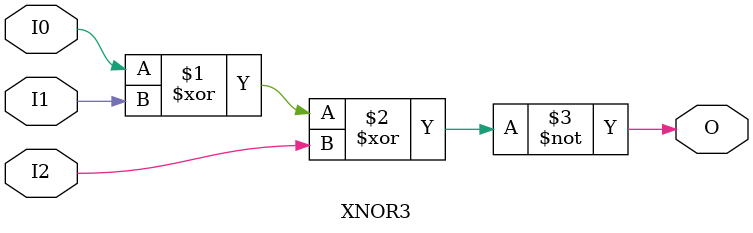
<source format=v>

`timescale  1 ps / 1 ps

`celldefine

module XNOR3 (O, I0, I1, I2);


    output O;

    input  I0, I1, I2;

	xnor X1 (O, I0, I1, I2);

    specify
	(I0 *> O) = (0, 0);
	(I1 *> O) = (0, 0);
	(I2 *> O) = (0, 0);
    endspecify

endmodule

`endcelldefine

</source>
